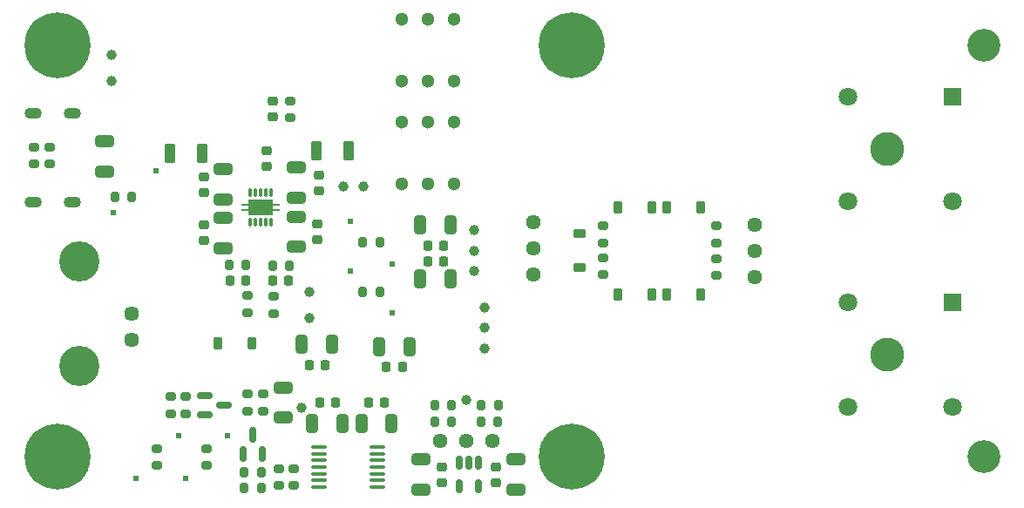
<source format=gbr>
%TF.GenerationSoftware,KiCad,Pcbnew,9.0.0*%
%TF.CreationDate,2025-04-26T17:32:35+02:00*%
%TF.ProjectId,Differential_Probe,44696666-6572-4656-9e74-69616c5f5072,rev?*%
%TF.SameCoordinates,Original*%
%TF.FileFunction,Soldermask,Bot*%
%TF.FilePolarity,Negative*%
%FSLAX46Y46*%
G04 Gerber Fmt 4.6, Leading zero omitted, Abs format (unit mm)*
G04 Created by KiCad (PCBNEW 9.0.0) date 2025-04-26 17:32:35*
%MOMM*%
%LPD*%
G01*
G04 APERTURE LIST*
G04 Aperture macros list*
%AMRoundRect*
0 Rectangle with rounded corners*
0 $1 Rounding radius*
0 $2 $3 $4 $5 $6 $7 $8 $9 X,Y pos of 4 corners*
0 Add a 4 corners polygon primitive as box body*
4,1,4,$2,$3,$4,$5,$6,$7,$8,$9,$2,$3,0*
0 Add four circle primitives for the rounded corners*
1,1,$1+$1,$2,$3*
1,1,$1+$1,$4,$5*
1,1,$1+$1,$6,$7*
1,1,$1+$1,$8,$9*
0 Add four rect primitives between the rounded corners*
20,1,$1+$1,$2,$3,$4,$5,0*
20,1,$1+$1,$4,$5,$6,$7,0*
20,1,$1+$1,$6,$7,$8,$9,0*
20,1,$1+$1,$8,$9,$2,$3,0*%
G04 Aperture macros list end*
%ADD10C,1.000000*%
%ADD11C,0.800000*%
%ADD12C,6.400000*%
%ADD13C,1.300000*%
%ADD14C,1.440000*%
%ADD15C,0.609600*%
%ADD16C,3.200000*%
%ADD17C,1.800000*%
%ADD18R,1.800000X1.800000*%
%ADD19C,3.300000*%
%ADD20C,1.446000*%
%ADD21C,3.900000*%
%ADD22O,1.700000X1.100000*%
%ADD23RoundRect,0.200000X0.275000X-0.200000X0.275000X0.200000X-0.275000X0.200000X-0.275000X-0.200000X0*%
%ADD24RoundRect,0.200000X-0.275000X0.200000X-0.275000X-0.200000X0.275000X-0.200000X0.275000X0.200000X0*%
%ADD25RoundRect,0.250000X-0.275000X-0.700000X0.275000X-0.700000X0.275000X0.700000X-0.275000X0.700000X0*%
%ADD26RoundRect,0.225000X0.250000X-0.225000X0.250000X0.225000X-0.250000X0.225000X-0.250000X-0.225000X0*%
%ADD27RoundRect,0.250000X0.650000X-0.325000X0.650000X0.325000X-0.650000X0.325000X-0.650000X-0.325000X0*%
%ADD28RoundRect,0.225000X-0.250000X0.225000X-0.250000X-0.225000X0.250000X-0.225000X0.250000X0.225000X0*%
%ADD29RoundRect,0.225000X-0.225000X-0.375000X0.225000X-0.375000X0.225000X0.375000X-0.225000X0.375000X0*%
%ADD30RoundRect,0.250000X-0.325000X-0.650000X0.325000X-0.650000X0.325000X0.650000X-0.325000X0.650000X0*%
%ADD31RoundRect,0.250000X0.275000X0.700000X-0.275000X0.700000X-0.275000X-0.700000X0.275000X-0.700000X0*%
%ADD32RoundRect,0.225000X-0.225000X-0.250000X0.225000X-0.250000X0.225000X0.250000X-0.225000X0.250000X0*%
%ADD33RoundRect,0.200000X-0.200000X-0.275000X0.200000X-0.275000X0.200000X0.275000X-0.200000X0.275000X0*%
%ADD34RoundRect,0.200000X0.200000X0.275000X-0.200000X0.275000X-0.200000X-0.275000X0.200000X-0.275000X0*%
%ADD35RoundRect,0.225000X0.225000X0.250000X-0.225000X0.250000X-0.225000X-0.250000X0.225000X-0.250000X0*%
%ADD36RoundRect,0.225000X0.375000X-0.225000X0.375000X0.225000X-0.375000X0.225000X-0.375000X-0.225000X0*%
%ADD37RoundRect,0.250000X-0.650000X0.325000X-0.650000X-0.325000X0.650000X-0.325000X0.650000X0.325000X0*%
%ADD38RoundRect,0.100000X0.637500X0.100000X-0.637500X0.100000X-0.637500X-0.100000X0.637500X-0.100000X0*%
%ADD39RoundRect,0.250000X0.325000X0.650000X-0.325000X0.650000X-0.325000X-0.650000X0.325000X-0.650000X0*%
%ADD40RoundRect,0.150000X-0.150000X0.512500X-0.150000X-0.512500X0.150000X-0.512500X0.150000X0.512500X0*%
%ADD41RoundRect,0.225000X0.225000X0.375000X-0.225000X0.375000X-0.225000X-0.375000X0.225000X-0.375000X0*%
%ADD42R,0.280000X0.280000*%
%ADD43O,0.280000X0.850000*%
%ADD44C,0.600000*%
%ADD45R,1.050000X0.680000*%
%ADD46R,0.500000X0.260000*%
%ADD47R,0.700000X0.280000*%
%ADD48R,2.400000X1.650000*%
%ADD49RoundRect,0.150000X0.150000X-0.587500X0.150000X0.587500X-0.150000X0.587500X-0.150000X-0.587500X0*%
%ADD50RoundRect,0.150000X-0.587500X-0.150000X0.587500X-0.150000X0.587500X0.150000X-0.587500X0.150000X0*%
G04 APERTURE END LIST*
D10*
%TO.C,TP111*%
X129500000Y-129000000D03*
%TD*%
D11*
%TO.C,REF\u002A\u002A*%
X152600000Y-145000000D03*
X153302944Y-143302944D03*
X153302944Y-146697056D03*
X155000000Y-142600000D03*
D12*
X155000000Y-145000000D03*
D11*
X155000000Y-147400000D03*
X156697056Y-143302944D03*
X156697056Y-146697056D03*
X157400000Y-145000000D03*
%TD*%
D10*
%TO.C,TP107*%
X144750000Y-139500000D03*
%TD*%
%TO.C,TP105*%
X146520000Y-134520000D03*
%TD*%
D13*
%TO.C,SW101*%
X138500000Y-108500000D03*
X141000000Y-108500000D03*
X143500000Y-108500000D03*
X143500000Y-102500000D03*
X141000000Y-102500000D03*
X138500000Y-102500000D03*
%TD*%
D14*
%TO.C,RV101*%
X172750000Y-122440000D03*
X172750000Y-124980000D03*
X172750000Y-127520000D03*
%TD*%
D10*
%TO.C,GND*%
X132750000Y-118750000D03*
%TD*%
%TO.C,GND*%
X129450000Y-131550000D03*
%TD*%
D15*
%TO.C,H\u002A\u002A*%
X116750000Y-143000000D03*
X112650000Y-147100000D03*
%TD*%
D10*
%TO.C,TP108*%
X110250000Y-108500000D03*
%TD*%
%TO.C,TP109*%
X134750000Y-118750000D03*
%TD*%
%TO.C,TP104*%
X145500000Y-127000000D03*
%TD*%
%TO.C,GND*%
X146500000Y-132500000D03*
%TD*%
D14*
%TO.C,RV102*%
X151250000Y-122240000D03*
X151250000Y-124780000D03*
X151250000Y-127320000D03*
%TD*%
D10*
%TO.C,TP110*%
X146500000Y-130500000D03*
%TD*%
D11*
%TO.C,REF\u002A\u002A*%
X102600000Y-145000000D03*
X103302944Y-143302944D03*
X103302944Y-146697056D03*
X105000000Y-142600000D03*
D12*
X105000000Y-145000000D03*
D11*
X105000000Y-147400000D03*
X106697056Y-143302944D03*
X106697056Y-146697056D03*
X107400000Y-145000000D03*
%TD*%
D10*
%TO.C,GND*%
X145500000Y-125000000D03*
%TD*%
D15*
%TO.C,H\u002A\u002A*%
X137550000Y-126250000D03*
X133450000Y-122150000D03*
%TD*%
D10*
%TO.C,GND*%
X110250000Y-106000000D03*
%TD*%
%TO.C,TP103*%
X145500000Y-123000000D03*
%TD*%
D14*
%TO.C,RV103*%
X147290000Y-143500000D03*
X144750000Y-143500000D03*
X142210000Y-143500000D03*
%TD*%
D16*
%TO.C,REF\u002A\u002A*%
X195000000Y-105000000D03*
%TD*%
D13*
%TO.C,SW102*%
X138500000Y-118500000D03*
X141000000Y-118500000D03*
X143500000Y-118500000D03*
X143500000Y-112500000D03*
X141000000Y-112500000D03*
X138500000Y-112500000D03*
%TD*%
D15*
%TO.C,H\u002A\u002A*%
X121550000Y-143000000D03*
X117450000Y-147100000D03*
%TD*%
%TO.C,H\u002A\u002A*%
X137550000Y-131050000D03*
X133450000Y-126950000D03*
%TD*%
D17*
%TO.C,J103*%
X192000000Y-140160000D03*
D18*
X192000000Y-130000000D03*
D17*
X181840000Y-140160000D03*
X181840000Y-130000000D03*
D19*
X185640000Y-135080000D03*
%TD*%
D16*
%TO.C,REF\u002A\u002A*%
X195000000Y-145000000D03*
%TD*%
D11*
%TO.C,REF\u002A\u002A*%
X102600000Y-105000000D03*
X103302944Y-103302944D03*
X103302944Y-106697056D03*
X105000000Y-102600000D03*
D12*
X105000000Y-105000000D03*
D11*
X105000000Y-107400000D03*
X106697056Y-103302944D03*
X106697056Y-106697056D03*
X107400000Y-105000000D03*
%TD*%
D17*
%TO.C,J101*%
X192000000Y-120160000D03*
D18*
X192000000Y-110000000D03*
D17*
X181840000Y-120160000D03*
X181840000Y-110000000D03*
D19*
X185640000Y-115080000D03*
%TD*%
D20*
%TO.C,J102*%
X112230000Y-131100000D03*
X112230000Y-133640000D03*
D21*
X107150000Y-126020000D03*
X107150000Y-136180000D03*
%TD*%
D22*
%TO.C,J104*%
X106450000Y-111610000D03*
X102650000Y-111610000D03*
X106450000Y-120250000D03*
X102650000Y-120250000D03*
%TD*%
D15*
%TO.C,H\u002A\u002A*%
X114550000Y-117200000D03*
X110450000Y-121300000D03*
%TD*%
D11*
%TO.C,REF\u002A\u002A*%
X152600000Y-105000000D03*
X153302944Y-103302944D03*
X153302944Y-106697056D03*
X155000000Y-102600000D03*
D12*
X155000000Y-105000000D03*
D11*
X155000000Y-107400000D03*
X156697056Y-103302944D03*
X156697056Y-106697056D03*
X157400000Y-105000000D03*
%TD*%
D10*
%TO.C,TP106*%
X128750000Y-140250000D03*
%TD*%
D23*
%TO.C,R140*%
X119500000Y-145875000D03*
X119500000Y-144225000D03*
%TD*%
D24*
%TO.C,R122*%
X169000000Y-125762500D03*
X169000000Y-127412500D03*
%TD*%
D25*
%TO.C,FB103*%
X115925000Y-115500000D03*
X119075000Y-115500000D03*
%TD*%
D26*
%TO.C,C155*%
X147575000Y-147525000D03*
X147575000Y-145975000D03*
%TD*%
D23*
%TO.C,R134*%
X127600000Y-112062500D03*
X127600000Y-110412500D03*
%TD*%
D27*
%TO.C,C157*%
X140325000Y-148237500D03*
X140325000Y-145287500D03*
%TD*%
D28*
%TO.C,C136*%
X130400000Y-117625000D03*
X130400000Y-119175000D03*
%TD*%
D26*
%TO.C,C158*%
X142325000Y-147537500D03*
X142325000Y-145987500D03*
%TD*%
D29*
%TO.C,D103*%
X159450000Y-120750000D03*
X162750000Y-120750000D03*
%TD*%
D30*
%TO.C,C150*%
X128725000Y-134100000D03*
X131675000Y-134100000D03*
%TD*%
D27*
%TO.C,C162*%
X109600000Y-117275000D03*
X109600000Y-114325000D03*
%TD*%
D31*
%TO.C,FB104*%
X133325000Y-115250000D03*
X130175000Y-115250000D03*
%TD*%
D32*
%TO.C,C131*%
X121745000Y-127925000D03*
X123295000Y-127925000D03*
%TD*%
D33*
%TO.C,R130*%
X125895000Y-126425000D03*
X127545000Y-126425000D03*
%TD*%
D23*
%TO.C,R165*%
X126500000Y-147825000D03*
X126500000Y-146175000D03*
%TD*%
D27*
%TO.C,C163*%
X126980000Y-141225000D03*
X126980000Y-138275000D03*
%TD*%
D34*
%TO.C,R154*%
X136325000Y-124200000D03*
X134675000Y-124200000D03*
%TD*%
D26*
%TO.C,C132*%
X125300000Y-116825000D03*
X125300000Y-115275000D03*
%TD*%
D35*
%TO.C,C161*%
X138525000Y-136300000D03*
X136975000Y-136300000D03*
%TD*%
D34*
%TO.C,R127*%
X123345000Y-126395000D03*
X121695000Y-126395000D03*
%TD*%
D36*
%TO.C,D105*%
X155750000Y-126650000D03*
X155750000Y-123350000D03*
%TD*%
D37*
%TO.C,C137*%
X128250000Y-116925000D03*
X128250000Y-119875000D03*
%TD*%
D38*
%TO.C,U104*%
X136112500Y-144050000D03*
X136112500Y-144700000D03*
X136112500Y-145350000D03*
X136112500Y-146000000D03*
X136112500Y-146650000D03*
X136112500Y-147300000D03*
X136112500Y-147950000D03*
X130387500Y-147950000D03*
X130387500Y-147300000D03*
X130387500Y-146650000D03*
X130387500Y-146000000D03*
X130387500Y-145350000D03*
X130387500Y-144700000D03*
X130387500Y-144050000D03*
%TD*%
D39*
%TO.C,C165*%
X137475000Y-141750000D03*
X134525000Y-141750000D03*
%TD*%
D24*
%TO.C,R164*%
X128000000Y-146175000D03*
X128000000Y-147825000D03*
%TD*%
%TO.C,R124*%
X158000000Y-122587500D03*
X158000000Y-124237500D03*
%TD*%
D23*
%TO.C,R162*%
X123500000Y-140575000D03*
X123500000Y-138925000D03*
%TD*%
D26*
%TO.C,C135*%
X130250000Y-123925000D03*
X130250000Y-122375000D03*
%TD*%
D29*
%TO.C,D104*%
X164200000Y-120750000D03*
X167500000Y-120750000D03*
%TD*%
D33*
%TO.C,R157*%
X146150000Y-141600000D03*
X147800000Y-141600000D03*
%TD*%
D37*
%TO.C,C128*%
X121100000Y-117075000D03*
X121100000Y-120025000D03*
%TD*%
D40*
%TO.C,U106*%
X144050000Y-145612500D03*
X145000000Y-145612500D03*
X145950000Y-145612500D03*
X145950000Y-147887500D03*
X144050000Y-147887500D03*
%TD*%
D32*
%TO.C,C164*%
X130475000Y-139750000D03*
X132025000Y-139750000D03*
%TD*%
D24*
%TO.C,R121*%
X158000000Y-125662500D03*
X158000000Y-127312500D03*
%TD*%
D28*
%TO.C,C127*%
X119200000Y-117775000D03*
X119200000Y-119325000D03*
%TD*%
D35*
%TO.C,C166*%
X136775000Y-139750000D03*
X135225000Y-139750000D03*
%TD*%
D24*
%TO.C,R152*%
X104260000Y-114925000D03*
X104260000Y-116575000D03*
%TD*%
D29*
%TO.C,D106*%
X159450000Y-129250000D03*
X162750000Y-129250000D03*
%TD*%
D24*
%TO.C,R151*%
X102750000Y-114925000D03*
X102750000Y-116575000D03*
%TD*%
D30*
%TO.C,C159*%
X129775000Y-141750000D03*
X132725000Y-141750000D03*
%TD*%
D41*
%TO.C,D110*%
X123900000Y-134000000D03*
X120600000Y-134000000D03*
%TD*%
D42*
%TO.C,U101*%
X123750000Y-119015000D03*
D43*
X123750000Y-119300000D03*
D42*
X124250000Y-119015000D03*
D43*
X124250000Y-119300000D03*
D42*
X124750000Y-119015000D03*
D43*
X124750000Y-119300000D03*
D42*
X125250000Y-119015000D03*
D43*
X125250000Y-119300000D03*
D42*
X125750000Y-119015000D03*
D43*
X125750000Y-119300000D03*
X125750000Y-122250000D03*
D42*
X125750000Y-122535000D03*
D43*
X125250000Y-122250000D03*
D42*
X125250000Y-122535000D03*
D43*
X124750000Y-122250000D03*
D42*
X124750000Y-122535000D03*
D43*
X124250000Y-122250000D03*
D42*
X124250000Y-122535000D03*
D43*
X123750000Y-122250000D03*
D42*
X123750000Y-122535000D03*
D44*
X125500000Y-120275000D03*
X124000000Y-120275000D03*
D45*
X125385000Y-120325000D03*
X124115000Y-120325000D03*
D46*
X126380000Y-120525000D03*
D47*
X126300000Y-120525000D03*
X123200000Y-120525000D03*
D46*
X123120000Y-120525000D03*
D44*
X124750000Y-120775000D03*
D48*
X124750000Y-120775000D03*
D46*
X126380000Y-121025000D03*
D47*
X126300000Y-121025000D03*
X123200000Y-121025000D03*
D46*
X123120000Y-121025000D03*
D45*
X125385000Y-121225000D03*
X124115000Y-121225000D03*
D44*
X125500000Y-121275000D03*
X124000000Y-121275000D03*
%TD*%
D34*
%TO.C,R166*%
X124825000Y-146500000D03*
X123175000Y-146500000D03*
%TD*%
D35*
%TO.C,C156*%
X142525000Y-124500000D03*
X140975000Y-124500000D03*
%TD*%
D26*
%TO.C,C130*%
X119220000Y-124000000D03*
X119220000Y-122450000D03*
%TD*%
D39*
%TO.C,C154*%
X143225000Y-122500000D03*
X140275000Y-122500000D03*
%TD*%
D28*
%TO.C,C144*%
X125952500Y-110462500D03*
X125952500Y-112012500D03*
%TD*%
D24*
%TO.C,R125*%
X169000000Y-122587500D03*
X169000000Y-124237500D03*
%TD*%
D39*
%TO.C,C153*%
X139200000Y-134300000D03*
X136250000Y-134300000D03*
%TD*%
D23*
%TO.C,R129*%
X126000000Y-131075000D03*
X126000000Y-129425000D03*
%TD*%
D49*
%TO.C,Q101*%
X124950000Y-144750000D03*
X123050000Y-144750000D03*
X124000000Y-142875000D03*
%TD*%
D34*
%TO.C,R153*%
X112250000Y-119800000D03*
X110600000Y-119800000D03*
%TD*%
%TO.C,R150*%
X147825000Y-140000000D03*
X146175000Y-140000000D03*
%TD*%
D32*
%TO.C,C133*%
X125945000Y-127885000D03*
X127495000Y-127885000D03*
%TD*%
%TO.C,C152*%
X129450000Y-136100000D03*
X131000000Y-136100000D03*
%TD*%
D23*
%TO.C,R163*%
X125000000Y-140575000D03*
X125000000Y-138925000D03*
%TD*%
D39*
%TO.C,C148*%
X143225000Y-127750000D03*
X140275000Y-127750000D03*
%TD*%
D34*
%TO.C,R101*%
X136325000Y-129000000D03*
X134675000Y-129000000D03*
%TD*%
D33*
%TO.C,R155*%
X123175000Y-148000000D03*
X124825000Y-148000000D03*
%TD*%
D34*
%TO.C,R148*%
X143325000Y-140000000D03*
X141675000Y-140000000D03*
%TD*%
D50*
%TO.C,Q102*%
X119312500Y-140950000D03*
X119312500Y-139050000D03*
X121187500Y-140000000D03*
%TD*%
D27*
%TO.C,C160*%
X149575000Y-148225000D03*
X149575000Y-145275000D03*
%TD*%
D35*
%TO.C,C149*%
X142550000Y-125990000D03*
X141000000Y-125990000D03*
%TD*%
D29*
%TO.C,D107*%
X164200000Y-129250000D03*
X167500000Y-129250000D03*
%TD*%
D24*
%TO.C,R128*%
X123500000Y-129350000D03*
X123500000Y-131000000D03*
%TD*%
D23*
%TO.C,R102*%
X114700000Y-145875000D03*
X114700000Y-144225000D03*
%TD*%
D27*
%TO.C,C129*%
X121100000Y-124725000D03*
X121100000Y-121775000D03*
%TD*%
%TO.C,C134*%
X128250000Y-124625000D03*
X128250000Y-121675000D03*
%TD*%
D33*
%TO.C,R158*%
X141675000Y-141600000D03*
X143325000Y-141600000D03*
%TD*%
D23*
%TO.C,R160*%
X117500000Y-140825000D03*
X117500000Y-139175000D03*
%TD*%
D24*
%TO.C,R161*%
X116000000Y-139175000D03*
X116000000Y-140825000D03*
%TD*%
M02*

</source>
